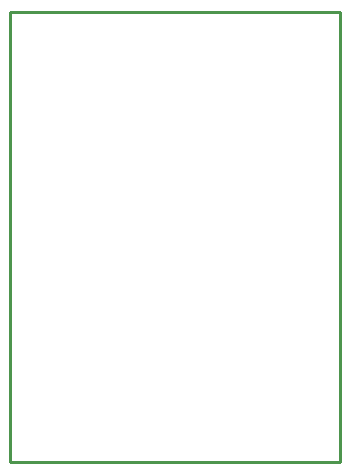
<source format=gbr>
G04 #@! TF.GenerationSoftware,KiCad,Pcbnew,5.1.6-c6e7f7d~87~ubuntu18.04.1*
G04 #@! TF.CreationDate,2022-06-29T16:43:55+03:00*
G04 #@! TF.ProjectId,ESP32-C3-DevKit-Lipo_Rev_A,45535033-322d-4433-932d-4465764b6974,A*
G04 #@! TF.SameCoordinates,Original*
G04 #@! TF.FileFunction,Profile,NP*
%FSLAX46Y46*%
G04 Gerber Fmt 4.6, Leading zero omitted, Abs format (unit mm)*
G04 Created by KiCad (PCBNEW 5.1.6-c6e7f7d~87~ubuntu18.04.1) date 2022-06-29 16:43:55*
%MOMM*%
%LPD*%
G01*
G04 APERTURE LIST*
G04 #@! TA.AperFunction,Profile*
%ADD10C,0.254000*%
G04 #@! TD*
G04 APERTURE END LIST*
D10*
X129540000Y-115570000D02*
X157480000Y-115570000D01*
X129540000Y-77470000D02*
X129540000Y-115570000D01*
X157480000Y-77470000D02*
X129540000Y-77470000D01*
X157480000Y-115570000D02*
X157480000Y-77470000D01*
M02*

</source>
